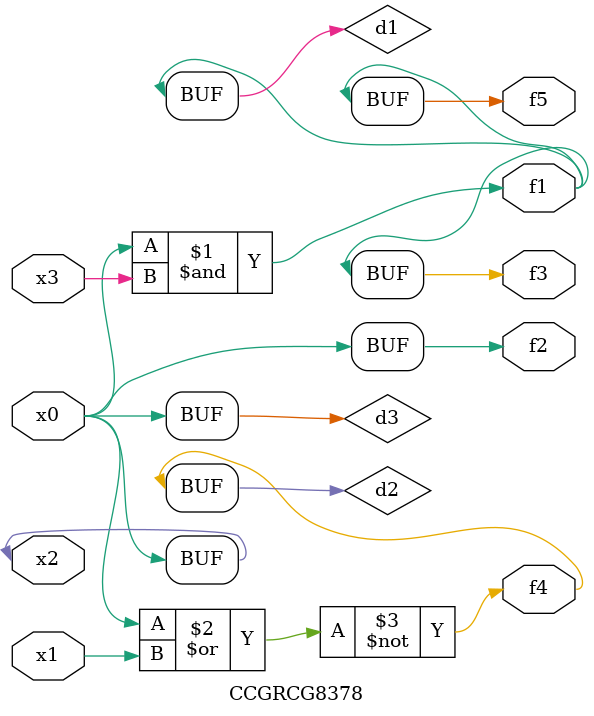
<source format=v>
module CCGRCG8378(
	input x0, x1, x2, x3,
	output f1, f2, f3, f4, f5
);

	wire d1, d2, d3;

	and (d1, x2, x3);
	nor (d2, x0, x1);
	buf (d3, x0, x2);
	assign f1 = d1;
	assign f2 = d3;
	assign f3 = d1;
	assign f4 = d2;
	assign f5 = d1;
endmodule

</source>
